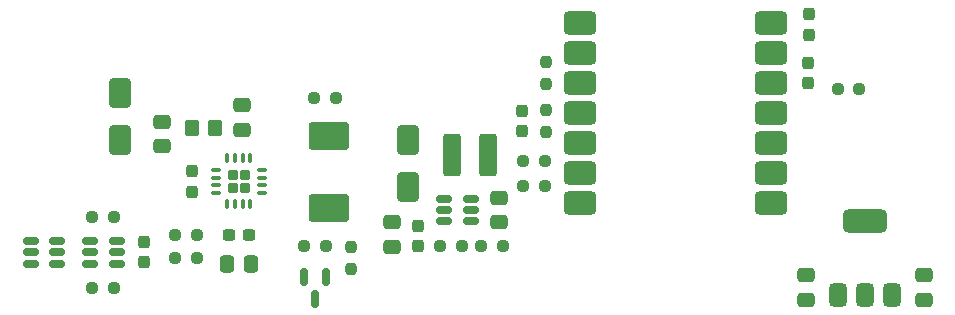
<source format=gbr>
%TF.GenerationSoftware,KiCad,Pcbnew,9.0.6*%
%TF.CreationDate,2026-02-05T22:19:04+05:30*%
%TF.ProjectId,Vitalung_V0.1,56697461-6c75-46e6-975f-56302e312e6b,0.1*%
%TF.SameCoordinates,PX7057c40PY68e7780*%
%TF.FileFunction,Paste,Top*%
%TF.FilePolarity,Positive*%
%FSLAX46Y46*%
G04 Gerber Fmt 4.6, Leading zero omitted, Abs format (unit mm)*
G04 Created by KiCad (PCBNEW 9.0.6) date 2026-02-05 22:19:04*
%MOMM*%
%LPD*%
G01*
G04 APERTURE LIST*
G04 Aperture macros list*
%AMRoundRect*
0 Rectangle with rounded corners*
0 $1 Rounding radius*
0 $2 $3 $4 $5 $6 $7 $8 $9 X,Y pos of 4 corners*
0 Add a 4 corners polygon primitive as box body*
4,1,4,$2,$3,$4,$5,$6,$7,$8,$9,$2,$3,0*
0 Add four circle primitives for the rounded corners*
1,1,$1+$1,$2,$3*
1,1,$1+$1,$4,$5*
1,1,$1+$1,$6,$7*
1,1,$1+$1,$8,$9*
0 Add four rect primitives between the rounded corners*
20,1,$1+$1,$2,$3,$4,$5,0*
20,1,$1+$1,$4,$5,$6,$7,0*
20,1,$1+$1,$6,$7,$8,$9,0*
20,1,$1+$1,$8,$9,$2,$3,0*%
G04 Aperture macros list end*
%ADD10RoundRect,0.250000X-0.475000X0.337500X-0.475000X-0.337500X0.475000X-0.337500X0.475000X0.337500X0*%
%ADD11RoundRect,0.237500X0.250000X0.237500X-0.250000X0.237500X-0.250000X-0.237500X0.250000X-0.237500X0*%
%ADD12RoundRect,0.237500X-0.250000X-0.237500X0.250000X-0.237500X0.250000X0.237500X-0.250000X0.237500X0*%
%ADD13RoundRect,0.250000X0.650000X-1.000000X0.650000X1.000000X-0.650000X1.000000X-0.650000X-1.000000X0*%
%ADD14RoundRect,0.250000X-0.350000X-0.450000X0.350000X-0.450000X0.350000X0.450000X-0.350000X0.450000X0*%
%ADD15RoundRect,0.250000X0.337500X0.475000X-0.337500X0.475000X-0.337500X-0.475000X0.337500X-0.475000X0*%
%ADD16RoundRect,0.250000X0.475000X-0.337500X0.475000X0.337500X-0.475000X0.337500X-0.475000X-0.337500X0*%
%ADD17RoundRect,0.150000X-0.512500X-0.150000X0.512500X-0.150000X0.512500X0.150000X-0.512500X0.150000X0*%
%ADD18RoundRect,0.237500X-0.237500X0.300000X-0.237500X-0.300000X0.237500X-0.300000X0.237500X0.300000X0*%
%ADD19RoundRect,0.250001X0.499999X1.549999X-0.499999X1.549999X-0.499999X-1.549999X0.499999X-1.549999X0*%
%ADD20RoundRect,0.237500X0.237500X-0.250000X0.237500X0.250000X-0.237500X0.250000X-0.237500X-0.250000X0*%
%ADD21RoundRect,0.150000X-0.150000X0.587500X-0.150000X-0.587500X0.150000X-0.587500X0.150000X0.587500X0*%
%ADD22RoundRect,0.235000X1.465000X-0.940000X1.465000X0.940000X-1.465000X0.940000X-1.465000X-0.940000X0*%
%ADD23RoundRect,0.237500X0.237500X-0.300000X0.237500X0.300000X-0.237500X0.300000X-0.237500X-0.300000X0*%
%ADD24RoundRect,0.250000X-0.650000X1.000000X-0.650000X-1.000000X0.650000X-1.000000X0.650000X1.000000X0*%
%ADD25RoundRect,0.237500X0.300000X0.237500X-0.300000X0.237500X-0.300000X-0.237500X0.300000X-0.237500X0*%
%ADD26RoundRect,0.150000X0.512500X0.150000X-0.512500X0.150000X-0.512500X-0.150000X0.512500X-0.150000X0*%
%ADD27RoundRect,0.400000X-0.975000X-0.600000X0.975000X-0.600000X0.975000X0.600000X-0.975000X0.600000X0*%
%ADD28RoundRect,0.212500X0.212500X0.212500X-0.212500X0.212500X-0.212500X-0.212500X0.212500X-0.212500X0*%
%ADD29RoundRect,0.075000X0.350000X0.075000X-0.350000X0.075000X-0.350000X-0.075000X0.350000X-0.075000X0*%
%ADD30RoundRect,0.075000X0.075000X0.350000X-0.075000X0.350000X-0.075000X-0.350000X0.075000X-0.350000X0*%
%ADD31RoundRect,0.375000X0.375000X-0.625000X0.375000X0.625000X-0.375000X0.625000X-0.375000X-0.625000X0*%
%ADD32RoundRect,0.500000X1.400000X-0.500000X1.400000X0.500000X-1.400000X0.500000X-1.400000X-0.500000X0*%
G04 APERTURE END LIST*
D10*
%TO.C,C17*%
X41700000Y15137500D03*
X41700000Y13062500D03*
%TD*%
D11*
%TO.C,R18*%
X38550000Y11000000D03*
X36725000Y11000000D03*
%TD*%
D12*
%TO.C,R1*%
X7287500Y13500000D03*
X9112500Y13500000D03*
%TD*%
%TO.C,R11*%
X25237500Y11000000D03*
X27062500Y11000000D03*
%TD*%
D13*
%TO.C,D4*%
X34000000Y16000000D03*
X34000000Y20000000D03*
%TD*%
D10*
%TO.C,C11*%
X77700000Y8537500D03*
X77700000Y6462500D03*
%TD*%
D14*
%TO.C,R9*%
X15700000Y21000000D03*
X17700000Y21000000D03*
%TD*%
D15*
%TO.C,C3*%
X20737500Y9500000D03*
X18662500Y9500000D03*
%TD*%
D16*
%TO.C,C18*%
X32700000Y10962500D03*
X32700000Y13037500D03*
%TD*%
D12*
%TO.C,R2*%
X7287500Y7500000D03*
X9112500Y7500000D03*
%TD*%
D17*
%TO.C,U2*%
X7062500Y11450000D03*
X7062500Y10500000D03*
X7062500Y9550000D03*
X9337500Y9550000D03*
X9337500Y10500000D03*
X9337500Y11450000D03*
%TD*%
D18*
%TO.C,C5*%
X15700000Y17362500D03*
X15700000Y15637500D03*
%TD*%
D19*
%TO.C,L1*%
X40825000Y18700000D03*
X37775000Y18700000D03*
%TD*%
D20*
%TO.C,R6*%
X45700000Y24787500D03*
X45700000Y26612500D03*
%TD*%
D21*
%TO.C,Q2*%
X27100000Y8437500D03*
X25200000Y8437500D03*
X26150000Y6562500D03*
%TD*%
D22*
%TO.C,L2*%
X27300000Y14275000D03*
X27300000Y20325000D03*
%TD*%
D10*
%TO.C,C12*%
X67700000Y8537500D03*
X67700000Y6462500D03*
%TD*%
D20*
%TO.C,R7*%
X45700000Y20687500D03*
X45700000Y22512500D03*
%TD*%
D17*
%TO.C,U10*%
X37062500Y15050000D03*
X37062500Y14100000D03*
X37062500Y13150000D03*
X39337500Y13150000D03*
X39337500Y14100000D03*
X39337500Y15050000D03*
%TD*%
D11*
%TO.C,R4*%
X45612500Y16100000D03*
X43787500Y16100000D03*
%TD*%
%TO.C,R5*%
X27912500Y23600000D03*
X26087500Y23600000D03*
%TD*%
D23*
%TO.C,C14*%
X67900000Y24837500D03*
X67900000Y26562500D03*
%TD*%
D12*
%TO.C,R8*%
X14287500Y12000000D03*
X16112500Y12000000D03*
%TD*%
D10*
%TO.C,C9*%
X13200000Y21537500D03*
X13200000Y19462500D03*
%TD*%
D24*
%TO.C,D3*%
X9600000Y24000000D03*
X9600000Y20000000D03*
%TD*%
D23*
%TO.C,C10*%
X34900000Y11037500D03*
X34900000Y12762500D03*
%TD*%
D11*
%TO.C,R12*%
X16112500Y10000000D03*
X14287500Y10000000D03*
%TD*%
D25*
%TO.C,C4*%
X20562500Y12000000D03*
X18837500Y12000000D03*
%TD*%
D10*
%TO.C,C6*%
X20000000Y22937500D03*
X20000000Y20862500D03*
%TD*%
D26*
%TO.C,Q1*%
X4337500Y9550000D03*
X4337500Y10500000D03*
X4337500Y11450000D03*
X2062500Y11450000D03*
X2062500Y10500000D03*
X2062500Y9550000D03*
%TD*%
D11*
%TO.C,R3*%
X45612500Y18200000D03*
X43787500Y18200000D03*
%TD*%
D27*
%TO.C,U1*%
X48617500Y29900750D03*
X48617500Y27360750D03*
X48617500Y24820750D03*
X48617500Y22280750D03*
X48617500Y19740750D03*
X48617500Y17200750D03*
X48617500Y14660750D03*
X64782500Y14660750D03*
X64782500Y17200750D03*
X64782500Y19740750D03*
X64782500Y22280750D03*
X64782500Y24820750D03*
X64782500Y27360750D03*
X64782500Y29900750D03*
%TD*%
D11*
%TO.C,R19*%
X42050000Y11000000D03*
X40225000Y11000000D03*
%TD*%
D28*
%TO.C,U3*%
X20225000Y15975000D03*
X20225000Y17025000D03*
X19175000Y15975000D03*
X19175000Y17025000D03*
D29*
X21650000Y15525000D03*
X21650000Y16175000D03*
X21650000Y16825000D03*
X21650000Y17475000D03*
D30*
X20675000Y18450000D03*
X20025000Y18450000D03*
X19375000Y18450000D03*
X18725000Y18450000D03*
D29*
X17750000Y17475000D03*
X17750000Y16825000D03*
X17750000Y16175000D03*
X17750000Y15525000D03*
D30*
X18725000Y14550000D03*
X19375000Y14550000D03*
X20025000Y14550000D03*
X20675000Y14550000D03*
%TD*%
D20*
%TO.C,R10*%
X29200000Y9087500D03*
X29200000Y10912500D03*
%TD*%
D18*
%TO.C,C15*%
X67950000Y30662500D03*
X67950000Y28937500D03*
%TD*%
D12*
%TO.C,R13*%
X70387500Y24300000D03*
X72212500Y24300000D03*
%TD*%
D23*
%TO.C,C1*%
X11700000Y9637500D03*
X11700000Y11362500D03*
%TD*%
D18*
%TO.C,C13*%
X43700000Y22462500D03*
X43700000Y20737500D03*
%TD*%
D31*
%TO.C,U4*%
X70400000Y6850000D03*
X72700000Y6850000D03*
D32*
X72700000Y13150000D03*
D31*
X75000000Y6850000D03*
%TD*%
M02*

</source>
